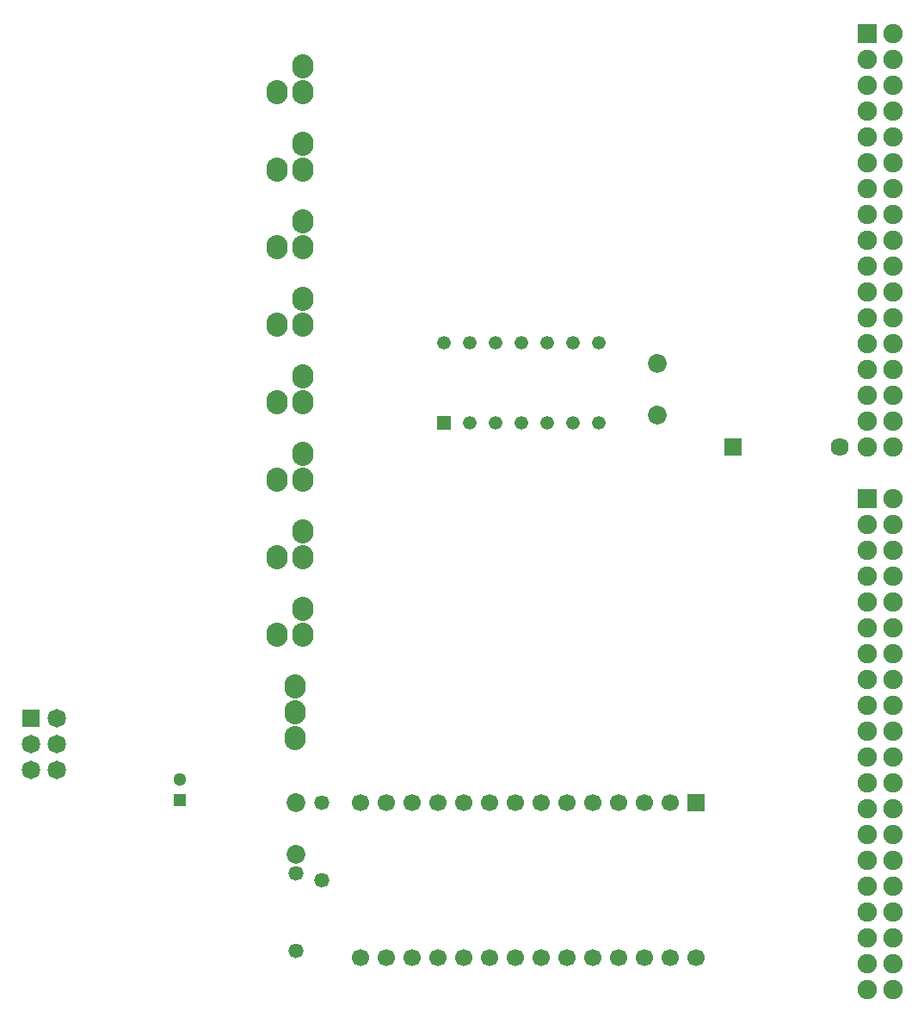
<source format=gbr>
G04 DipTrace 4.3.0.5*
G04 BottomMask.gbr*
%MOMM*%
G04 #@! TF.FileFunction,Soldermask,Bot*
G04 #@! TF.Part,Single*
%ADD47C,1.7*%
%ADD48C,1.3*%
%ADD49R,1.7X1.7*%
%ADD50R,1.3X1.3*%
%ADD51C,1.34*%
%ADD53R,1.34X1.34*%
%ADD55C,1.47*%
%ADD57C,1.47*%
%ADD59O,2.105X2.359*%
%ADD61C,1.82*%
%ADD63R,1.82X1.82*%
%ADD65C,1.91*%
%ADD67R,1.91X1.91*%
%ADD69C,1.79*%
%ADD71R,1.79X1.79*%
%ADD73C,1.85*%
%FSLAX35Y35*%
G04*
G71*
G90*
G75*
G01*
G04 BotMask*
%LPD*%
D50*
X-7302500Y-2830500D3*
D48*
Y-2630500D3*
D73*
X-2603492Y952500D3*
X-2603508Y1460500D3*
X-6159500Y-2857500D3*
Y-3365500D3*
D71*
X-1857500Y635000D3*
D69*
X-809500D3*
D67*
X-539750Y127000D3*
D65*
X-285750D3*
X-539750Y-127000D3*
X-285750D3*
X-539750Y-381000D3*
X-285750D3*
X-539750Y-635000D3*
X-285750D3*
X-539750Y-889000D3*
X-285750D3*
X-539750Y-1143000D3*
X-285750D3*
X-539750Y-1397000D3*
X-285750D3*
X-539750Y-1651000D3*
X-285750D3*
X-539750Y-1905000D3*
X-285750D3*
X-539750Y-2159000D3*
X-285750D3*
X-539750Y-2413000D3*
X-285750D3*
X-539750Y-2667000D3*
X-285750D3*
X-539750Y-2921000D3*
X-285750D3*
X-539750Y-3175000D3*
X-285750D3*
X-539750Y-3429000D3*
X-285750D3*
X-539750Y-3683000D3*
X-285750D3*
X-539750Y-3937000D3*
X-285750D3*
X-539750Y-4191000D3*
X-285750D3*
X-539750Y-4445000D3*
X-285750D3*
X-539750Y-4699000D3*
X-285750D3*
D67*
X-539750Y4699000D3*
D65*
X-285750D3*
X-539750Y4445000D3*
X-285750D3*
X-539750Y4191000D3*
X-285750D3*
X-539750Y3937000D3*
X-285750D3*
X-539750Y3683000D3*
X-285750D3*
X-539750Y3429000D3*
X-285750D3*
X-539750Y3175000D3*
X-285750D3*
X-539750Y2921000D3*
X-285750D3*
X-539750Y2667000D3*
X-285750D3*
X-539750Y2413000D3*
X-285750D3*
X-539750Y2159000D3*
X-285750D3*
X-539750Y1905000D3*
X-285750D3*
X-539750Y1651000D3*
X-285750D3*
X-539750Y1397000D3*
X-285750D3*
X-539750Y1143000D3*
X-285750D3*
X-539750Y889000D3*
X-285750D3*
X-539750Y635000D3*
X-285750D3*
D63*
X-8763000Y-2032000D3*
D61*
X-8509000D3*
X-8763000Y-2286000D3*
X-8509000D3*
X-8763000Y-2540000D3*
X-8509000D3*
D59*
X-6164173Y-2219197D3*
X-6164170Y-1711200D3*
X-6164173Y-1965197D3*
X-6091327Y4378197D3*
X-6345300Y4124200D3*
X-6091327Y4124197D3*
Y3616197D3*
X-6345300Y3362200D3*
X-6091327Y3362197D3*
Y2854197D3*
X-6345300Y2600200D3*
X-6091327Y2600197D3*
X-6091333Y2092196D3*
X-6345300Y1838193D3*
X-6091327Y1838196D3*
Y1330197D3*
X-6345300Y1076200D3*
X-6091327Y1076197D3*
Y568197D3*
X-6345300Y314200D3*
X-6091327Y314197D3*
Y-193803D3*
X-6345300Y-447800D3*
X-6091327Y-447803D3*
Y-955803D3*
X-6345300Y-1209800D3*
X-6091327Y-1209803D3*
D57*
X-6159507Y-3556000D3*
D55*
X-6159493Y-4318000D3*
D57*
X-5905507Y-2857500D3*
D55*
X-5905493Y-3619500D3*
D53*
X-4699000Y873000D3*
D51*
X-4445000D3*
X-4191000D3*
X-3937000D3*
X-3683000D3*
X-3429000D3*
X-3175000D3*
Y1667000D3*
X-3429000D3*
X-3683000D3*
X-3937000D3*
X-4191000D3*
X-4445000D3*
X-4699000D3*
D49*
X-2222500Y-2859500D3*
D47*
X-2476500D3*
X-2730500D3*
X-2984500D3*
X-3238500D3*
X-3492500D3*
X-3746500D3*
X-4000500D3*
X-4254500D3*
X-4508500D3*
X-4762500D3*
X-5016500D3*
X-5270500D3*
X-5524500D3*
Y-4379500D3*
X-5270500D3*
X-5016500D3*
X-4762500D3*
X-4508500D3*
X-4254500D3*
X-4000500D3*
X-3746500D3*
X-3492500D3*
X-3238500D3*
X-2984500D3*
X-2730500D3*
X-2476500D3*
X-2222500D3*
M02*

</source>
